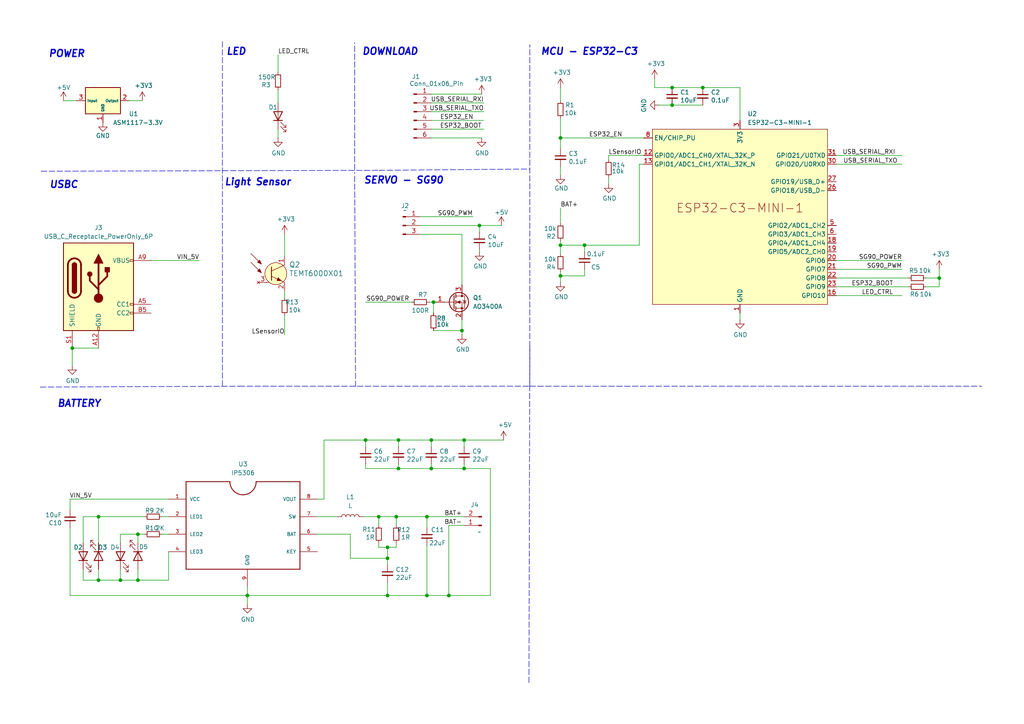
<source format=kicad_sch>
(kicad_sch (version 20231120) (generator "eeschema") (generator_version "8.0")
  (paper "A4")
  (lib_symbols
    (symbol "Connector:Conn_01x02_Pin" (pin_names (offset 1.016) hide)
      (property "Reference" "J" (at 0 2.54 0))
      (property "Value" "Conn_01x02_Pin" (at 0 -5.08 0))
      (symbol "Conn_01x02_Pin_1_1"
        (polyline (pts (xy 1.27 -2.54) (xy 0.8636 -2.54)) (stroke (width 0.1524)))
        (polyline (pts (xy 1.27 0) (xy 0.8636 0)) (stroke (width 0.1524)))
        (rectangle (start 0.8636 -2.413) (end 0 -2.667) (stroke (width 0.1524)) (fill (type outline)))
        (rectangle (start 0.8636 0.127) (end 0 -0.127) (stroke (width 0.1524)) (fill (type outline)))
        (pin passive line (at 5.08 0 180) (length 3.81) (name "Pin_1") (number "1"))
        (pin passive line (at 5.08 -2.54 180) (length 3.81) (name "Pin_2") (number "2"))
      )
    )
    (symbol "Connector:Conn_01x03_Pin" (pin_names (offset 1.016) hide)
      (property "Reference" "J" (at 0 5.08 0))
      (property "Value" "Conn_01x03_Pin" (at 0 -5.08 0))
      (symbol "Conn_01x03_Pin_1_1"
        (polyline (pts (xy 1.27 -2.54) (xy 0.8636 -2.54)) (stroke (width 0.1524)))
        (polyline (pts (xy 1.27 0) (xy 0.8636 0)) (stroke (width 0.1524)))
        (polyline (pts (xy 1.27 2.54) (xy 0.8636 2.54)) (stroke (width 0.1524)))
        (rectangle (start 0.8636 -2.413) (end 0 -2.667) (stroke (width 0.1524)) (fill (type outline)))
        (rectangle (start 0.8636 0.127) (end 0 -0.127) (stroke (width 0.1524)) (fill (type outline)))
        (rectangle (start 0.8636 2.667) (end 0 2.413) (stroke (width 0.1524)) (fill (type outline)))
        (pin passive line (at 5.08 2.54 180) (length 3.81) (name "Pin_1") (number "1"))
        (pin passive line (at 5.08 0 180) (length 3.81) (name "Pin_2") (number "2"))
        (pin passive line (at 5.08 -2.54 180) (length 3.81) (name "Pin_3") (number "3"))
      )
    )
    (symbol "Connector:Conn_01x06_Pin" (pin_names (offset 1.016) hide)
      (property "Reference" "J" (at 0 7.62 0))
      (property "Value" "Conn_01x06_Pin" (at 0 -10.16 0))
      (symbol "Conn_01x06_Pin_1_1"
        (polyline (pts (xy 1.27 -7.62) (xy 0.8636 -7.62)) (stroke (width 0.1524)))
        (polyline (pts (xy 1.27 -5.08) (xy 0.8636 -5.08)) (stroke (width 0.1524)))
        (polyline (pts (xy 1.27 -2.54) (xy 0.8636 -2.54)) (stroke (width 0.1524)))
        (polyline (pts (xy 1.27 0) (xy 0.8636 0)) (stroke (width 0.1524)))
        (polyline (pts (xy 1.27 2.54) (xy 0.8636 2.54)) (stroke (width 0.1524)))
        (polyline (pts (xy 1.27 5.08) (xy 0.8636 5.08)) (stroke (width 0.1524)))
        (rectangle (start 0.8636 -7.493) (end 0 -7.747) (stroke (width 0.1524)) (fill (type outline)))
        (rectangle (start 0.8636 -4.953) (end 0 -5.207) (stroke (width 0.1524)) (fill (type outline)))
        (rectangle (start 0.8636 -2.413) (end 0 -2.667) (stroke (width 0.1524)) (fill (type outline)))
        (rectangle (start 0.8636 0.127) (end 0 -0.127) (stroke (width 0.1524)) (fill (type outline)))
        (rectangle (start 0.8636 2.667) (end 0 2.413) (stroke (width 0.1524)) (fill (type outline)))
        (rectangle (start 0.8636 5.207) (end 0 4.953) (stroke (width 0.1524)) (fill (type outline)))
        (pin passive line (at 5.08 5.08 180) (length 3.81) (name "Pin_1") (number "1"))
        (pin passive line (at 5.08 2.54 180) (length 3.81) (name "Pin_2") (number "2"))
        (pin passive line (at 5.08 0 180) (length 3.81) (name "Pin_3") (number "3"))
        (pin passive line (at 5.08 -2.54 180) (length 3.81) (name "Pin_4") (number "4"))
        (pin passive line (at 5.08 -5.08 180) (length 3.81) (name "Pin_5") (number "5"))
        (pin passive line (at 5.08 -7.62 180) (length 3.81) (name "Pin_6") (number "6"))
      )
    )
    (symbol "Connector:USB_C_Receptacle_PowerOnly_6P" (pin_names (offset 1.016))
      (property "Reference" "J" (at 0 16.51 0))
      (property "Value" "USB_C_Receptacle_PowerOnly_6P" (at 0 13.97 0))
      (symbol "USB_C_Receptacle_PowerOnly_6P_0_0"
        (rectangle (start -0.254 -12.7) (end 0.254 -11.684))
        (rectangle (start 10.16 -7.366) (end 9.144 -7.874))
        (rectangle (start 10.16 -4.826) (end 9.144 -5.334))
        (rectangle (start 10.16 7.874) (end 9.144 7.366))
      )
      (symbol "USB_C_Receptacle_PowerOnly_6P_0_1"
        (rectangle (start -10.16 12.7) (end 10.16 -12.7) (stroke (width 0.254)) (fill (type background)))
        (arc (start -8.89 -1.27) (mid -6.985 -3.1667) (end -5.08 -1.27) (stroke (width 0.508)))
        (arc (start -7.62 -1.27) (mid -6.985 -1.9023) (end -6.35 -1.27) (stroke (width 0.254)))
        (arc (start -7.62 -1.27) (mid -6.985 -1.9023) (end -6.35 -1.27) (stroke (width 0.254)) (fill (type outline)))
        (rectangle (start -7.62 -1.27) (end -6.35 6.35) (stroke (width 0.254)) (fill (type outline)))
        (arc (start -6.35 6.35) (mid -6.985 6.9823) (end -7.62 6.35) (stroke (width 0.254)))
        (arc (start -6.35 6.35) (mid -6.985 6.9823) (end -7.62 6.35) (stroke (width 0.254)) (fill (type outline)))
        (arc (start -5.08 6.35) (mid -6.985 8.2467) (end -8.89 6.35) (stroke (width 0.508)))
        (circle (center -2.54 3.683) (radius 0.635) (stroke (width 0.254)) (fill (type outline)))
        (circle (center 0 -3.302) (radius 1.27) (fill (type outline)))
        (polyline (pts (xy -8.89 -1.27) (xy -8.89 6.35)) (stroke (width 0.508)))
        (polyline (pts (xy -5.08 6.35) (xy -5.08 -1.27)) (stroke (width 0.508)))
        (polyline (pts (xy 0 -3.302) (xy 0 6.858)) (stroke (width 0.508)))
        (polyline (pts (xy 0 -0.762) (xy -2.54 1.778) (xy -2.54 3.048)) (stroke (width 0.508)))
        (polyline (pts (xy 0 0.508) (xy 2.54 3.048) (xy 2.54 4.318)) (stroke (width 0.508)))
        (polyline (pts (xy -1.27 6.858) (xy 0 9.398) (xy 1.27 6.858) (xy -1.27 6.858)) (stroke (width 0.254)) (fill (type outline)))
        (rectangle (start 1.905 4.318) (end 3.175 5.588) (stroke (width 0.254)) (fill (type outline)))
      )
      (symbol "USB_C_Receptacle_PowerOnly_6P_1_1"
        (pin passive line (at 0 -17.78 90) (length 5.08) (name "GND") (number "A12"))
        (pin bidirectional line (at 15.24 -5.08 180) (length 5.08) (name "CC1") (number "A5"))
        (pin passive line (at 15.24 7.62 180) (length 5.08) (name "VBUS") (number "A9"))
        (pin passive line (at 0 -17.78 90) (length 5.08) hide (name "GND") (number "B12"))
        (pin bidirectional line (at 15.24 -7.62 180) (length 5.08) (name "CC2") (number "B5"))
        (pin passive line (at 15.24 7.62 180) (length 5.08) hide (name "VBUS") (number "B9"))
        (pin passive line (at -7.62 -17.78 90) (length 5.08) (name "SHIELD") (number "S1"))
      )
    )
    (symbol "Device:C_Small" (pin_numbers hide) (pin_names (offset 0.254) hide)
      (property "Reference" "C" (at 0.254 1.778 0))
      (property "Value" "C_Small" (at 0.254 -2.032 0))
      (symbol "C_Small_0_1"
        (polyline (pts (xy -1.524 -0.508) (xy 1.524 -0.508)) (stroke (width 0.3302)))
        (polyline (pts (xy -1.524 0.508) (xy 1.524 0.508)) (stroke (width 0.3048)))
      )
      (symbol "C_Small_1_1"
        (pin passive line (at 0 2.54 270) (length 2.032) (name "~") (number "1"))
        (pin passive line (at 0 -2.54 90) (length 2.032) (name "~") (number "2"))
      )
    )
    (symbol "Device:L" (pin_numbers hide) (pin_names (offset 1.016) hide)
      (property "Reference" "L" (at -1.27 0 90))
      (property "Value" "L" (at 1.905 0 90))
      (symbol "L_0_1"
        (arc (start 0 -2.54) (mid 0.6323 -1.905) (end 0 -1.27))
        (arc (start 0 -1.27) (mid 0.6323 -0.635) (end 0 0))
        (arc (start 0 0) (mid 0.6323 0.635) (end 0 1.27))
        (arc (start 0 1.27) (mid 0.6323 1.905) (end 0 2.54))
      )
      (symbol "L_1_1"
        (pin passive line (at 0 3.81 270) (length 1.27) (name "1") (number "1"))
        (pin passive line (at 0 -3.81 90) (length 1.27) (name "2") (number "2"))
      )
    )
    (symbol "Device:LED" (pin_numbers hide) (pin_names (offset 1.016) hide)
      (property "Reference" "D" (at 0 2.54 0))
      (property "Value" "LED" (at 0 -2.54 0))
      (symbol "LED_0_1"
        (polyline (pts (xy -1.27 -1.27) (xy -1.27 1.27)) (stroke (width 0.254)))
        (polyline (pts (xy -1.27 0) (xy 1.27 0)))
        (polyline (pts (xy 1.27 -1.27) (xy 1.27 1.27) (xy -1.27 0) (xy 1.27 -1.27)) (stroke (width 0.254)))
        (polyline (pts (xy -3.048 -0.762) (xy -4.572 -2.286) (xy -3.81 -2.286) (xy -4.572 -2.286) (xy -4.572 -1.524)))
        (polyline (pts (xy -1.778 -0.762) (xy -3.302 -2.286) (xy -2.54 -2.286) (xy -3.302 -2.286) (xy -3.302 -1.524)))
      )
      (symbol "LED_1_1"
        (pin passive line (at -3.81 0 0) (length 2.54) (name "K") (number "1"))
        (pin passive line (at 3.81 0 180) (length 2.54) (name "A") (number "2"))
      )
    )
    (symbol "Device:R_Small" (pin_numbers hide) (pin_names (offset 0.254) hide)
      (property "Reference" "R" (at 0.762 0.508 0))
      (property "Value" "R_Small" (at 0.762 -1.016 0))
      (symbol "R_Small_0_1"
        (rectangle (start -0.762 1.778) (end 0.762 -1.778) (stroke (width 0.2032)))
      )
      (symbol "R_Small_1_1"
        (pin passive line (at 0 2.54 270) (length 0.762) (name "~") (number "1"))
        (pin passive line (at 0 -2.54 90) (length 0.762) (name "~") (number "2"))
      )
    )
    (symbol "IP5306:IP5306" (pin_names (offset 1.016))
      (property "Reference" "U" (at 12.7 17.78 0))
      (property "Value" "IP5306" (at 12.7 15.24 0))
      (symbol "IP5306_0_0"
        (polyline (pts (xy 0 0) (xy 33.02 0)) (stroke (width 0.254)))
        (polyline (pts (xy 0 25.4) (xy 0 0)) (stroke (width 0.254)))
        (polyline (pts (xy 12.7 25.4) (xy 0 25.4)) (stroke (width 0.254)))
        (polyline (pts (xy 33.02 0) (xy 33.02 25.4)) (stroke (width 0.254)))
        (polyline (pts (xy 33.02 25.4) (xy 20.32 25.4)) (stroke (width 0.254)))
        (arc (start 12.7 25.4) (mid 16.51 21.6066) (end 20.32 25.4) (stroke (width 0.254)))
        (pin power_in line (at -5.08 20.32 0) (length 5.08) (name "VCC") (number "1"))
        (pin output line (at -5.08 15.24 0) (length 5.08) (name "LED1") (number "2"))
        (pin output line (at -5.08 10.16 0) (length 5.08) (name "LED2") (number "3"))
        (pin output line (at -5.08 5.08 0) (length 5.08) (name "LED3") (number "4"))
        (pin input line (at 38.1 5.08 180) (length 5.08) (name "KEY") (number "5"))
        (pin input line (at 38.1 10.16 180) (length 5.08) (name "BAT") (number "6"))
        (pin output line (at 38.1 15.24 180) (length 5.08) (name "SW") (number "7"))
        (pin output line (at 38.1 20.32 180) (length 5.08) (name "VOUT") (number "8"))
        (pin power_in line (at 17.78 -5.08 90) (length 5.08) (name "GND") (number "9"))
      )
    )
    (symbol "PCM_Espressif:ESP32-C3-MINI-1"
      (property "Reference" "U" (at -25.4 30.48 0))
      (property "Value" "ESP32-C3-MINI-1" (at -25.4 27.94 0))
      (symbol "ESP32-C3-MINI-1_0_0"
        (text "ESP32-C3-MINI-1" (at 0 2.54 0) (effects (font (size 2.54 2.54))))
      )
      (symbol "ESP32-C3-MINI-1_0_1"
        (rectangle (start -25.4 25.4) (end 25.4 -25.4) (fill (type background)))
      )
      (symbol "ESP32-C3-MINI-1_1_1"
        (pin power_in line (at 0 -27.94 90) (length 2.54) (name "GND") (number "1"))
        (pin no_connect line (at -25.4 2.54 0) (length 2.54) hide (name "NC") (number "10"))
        (pin passive line (at 0 -27.94 90) (length 2.54) hide (name "GND") (number "11"))
        (pin bidirectional line (at -27.94 17.78 0) (length 2.54) (name "GPIO0/ADC1_CH0/XTAL_32K_P") (number "12"))
        (pin bidirectional line (at -27.94 15.24 0) (length 2.54) (name "GPIO1/ADC1_CH1/XTAL_32K_N") (number "13"))
        (pin passive line (at 0 -27.94 90) (length 2.54) hide (name "GND") (number "14"))
        (pin no_connect line (at -25.4 0 0) (length 2.54) hide (name "NC") (number "15"))
        (pin bidirectional line (at 27.94 -22.86 180) (length 2.54) (name "GPIO10") (number "16"))
        (pin no_connect line (at -25.4 -2.54 0) (length 2.54) hide (name "NC") (number "17"))
        (pin bidirectional line (at 27.94 -7.62 180) (length 2.54) (name "GPIO4/ADC1_CH4") (number "18"))
        (pin bidirectional line (at 27.94 -10.16 180) (length 2.54) (name "GPIO5/ADC2_CH0") (number "19"))
        (pin passive line (at 0 -27.94 90) (length 2.54) hide (name "GND") (number "2"))
        (pin bidirectional line (at 27.94 -12.7 180) (length 2.54) (name "GPIO6") (number "20"))
        (pin bidirectional line (at 27.94 -15.24 180) (length 2.54) (name "GPIO7") (number "21"))
        (pin bidirectional line (at 27.94 -17.78 180) (length 2.54) (name "GPIO8") (number "22"))
        (pin bidirectional line (at 27.94 -20.32 180) (length 2.54) (name "GPIO9") (number "23"))
        (pin no_connect line (at -25.4 -5.08 0) (length 2.54) hide (name "NC") (number "24"))
        (pin no_connect line (at -25.4 -7.62 0) (length 2.54) hide (name "NC") (number "25"))
        (pin bidirectional line (at 27.94 7.62 180) (length 2.54) (name "GPIO18/USB_D-") (number "26"))
        (pin bidirectional line (at 27.94 10.16 180) (length 2.54) (name "GPIO19/USB_D+") (number "27"))
        (pin no_connect line (at -25.4 -10.16 0) (length 2.54) hide (name "NC") (number "28"))
        (pin no_connect line (at -25.4 -12.7 0) (length 2.54) hide (name "NC") (number "29"))
        (pin power_in line (at 0 27.94 270) (length 2.54) (name "3V3") (number "3"))
        (pin bidirectional line (at 27.94 15.24 180) (length 2.54) (name "GPIO20/U0RXD") (number "30"))
        (pin bidirectional line (at 27.94 17.78 180) (length 2.54) (name "GPIO21/U0TXD") (number "31"))
        (pin no_connect line (at -25.4 -15.24 0) (length 2.54) hide (name "NC") (number "32"))
        (pin no_connect line (at -25.4 -17.78 0) (length 2.54) hide (name "NC") (number "33"))
        (pin no_connect line (at -25.4 -20.32 0) (length 2.54) hide (name "NC") (number "34"))
        (pin no_connect line (at -25.4 -22.86 0) (length 2.54) hide (name "NC") (number "35"))
        (pin passive line (at 0 -27.94 90) (length 2.54) hide (name "GND") (number "36"))
        (pin passive line (at 0 -27.94 90) (length 2.54) hide (name "GND") (number "37"))
        (pin passive line (at 0 -27.94 90) (length 2.54) hide (name "GND") (number "38"))
        (pin passive line (at 0 -27.94 90) (length 2.54) hide (name "GND") (number "39"))
        (pin no_connect line (at -25.4 10.16 0) (length 2.54) hide (name "NC") (number "4"))
        (pin passive line (at 0 -27.94 90) (length 2.54) hide (name "GND") (number "40"))
        (pin passive line (at 0 -27.94 90) (length 2.54) hide (name "GND") (number "41"))
        (pin passive line (at 0 -27.94 90) (length 2.54) hide (name "GND") (number "42"))
        (pin passive line (at 0 -27.94 90) (length 2.54) hide (name "GND") (number "43"))
        (pin passive line (at 0 -27.94 90) (length 2.54) hide (name "GND") (number "44"))
        (pin passive line (at 0 -27.94 90) (length 2.54) hide (name "GND") (number "45"))
        (pin passive line (at 0 -27.94 90) (length 2.54) hide (name "GND") (number "46"))
        (pin passive line (at 0 -27.94 90) (length 2.54) hide (name "GND") (number "47"))
        (pin passive line (at 0 -27.94 90) (length 2.54) hide (name "GND") (number "48"))
        (pin passive line (at 0 -27.94 90) (length 2.54) hide (name "GND") (number "49"))
        (pin bidirectional line (at 27.94 -2.54 180) (length 2.54) (name "GPIO2/ADC1_CH2") (number "5"))
        (pin passive line (at 0 -27.94 90) (length 2.54) hide (name "GND") (number "50"))
        (pin passive line (at 0 -27.94 90) (length 2.54) hide (name "GND") (number "51"))
        (pin passive line (at 0 -27.94 90) (length 2.54) hide (name "GND") (number "52"))
        (pin passive line (at 0 -27.94 90) (length 2.54) hide (name "GND") (number "53"))
        (pin bidirectional line (at 27.94 -5.08 180) (length 2.54) (name "GPIO3/ADC1_CH3") (number "6"))
        (pin no_connect line (at -25.4 7.62 0) (length 2.54) hide (name "NC") (number "7"))
        (pin input line (at -27.94 22.86 0) (length 2.54) (name "EN/CHIP_PU") (number "8"))
        (pin no_connect line (at -25.4 5.08 0) (length 2.54) hide (name "NC") (number "9"))
      )
    )
    (symbol "Regulator_Linear:TS1117BCW33_RPG"
      (property "Reference" "U" (at 0 8.89 0))
      (property "Value" "TS1117BCW33_RPG" (at 0 6.35 0))
      (symbol "TS1117BCW33_RPG_0_1"
        (rectangle (start -5.08 3.81) (end 5.08 -3.81) (stroke (width 0.25)) (fill (type background)))
      )
      (symbol "TS1117BCW33_RPG_1_1"
        (pin power_in line (at 0 -6.35 90) (length 2.54) (name "GND") (number "1"))
        (pin passive line (at 7.62 0 180) (length 2.54) (name "Output") (number "2"))
        (pin power_in line (at -7.62 0 0) (length 2.54) (name "Input") (number "3"))
      )
    )
    (symbol "Transistor_FET:AO3400A" (pin_names hide)
      (property "Reference" "Q" (at 5.08 1.905 0))
      (property "Value" "AO3400A" (at 5.08 0 0))
      (symbol "AO3400A_0_1"
        (polyline (pts (xy 0.254 0) (xy -2.54 0)))
        (polyline (pts (xy 0.254 1.905) (xy 0.254 -1.905)) (stroke (width 0.254)))
        (polyline (pts (xy 0.762 -1.27) (xy 0.762 -2.286)) (stroke (width 0.254)))
        (polyline (pts (xy 0.762 0.508) (xy 0.762 -0.508)) (stroke (width 0.254)))
        (polyline (pts (xy 0.762 2.286) (xy 0.762 1.27)) (stroke (width 0.254)))
        (polyline (pts (xy 2.54 2.54) (xy 2.54 1.778)))
        (polyline (pts (xy 2.54 -2.54) (xy 2.54 0) (xy 0.762 0)))
        (polyline (pts (xy 0.762 -1.778) (xy 3.302 -1.778) (xy 3.302 1.778) (xy 0.762 1.778)))
        (polyline (pts (xy 1.016 0) (xy 2.032 0.381) (xy 2.032 -0.381) (xy 1.016 0)) (fill (type outline)))
        (polyline (pts (xy 2.794 0.508) (xy 2.921 0.381) (xy 3.683 0.381) (xy 3.81 0.254)))
        (polyline (pts (xy 3.302 0.381) (xy 2.921 -0.254) (xy 3.683 -0.254) (xy 3.302 0.381)))
        (circle (center 1.651 0) (radius 2.794) (stroke (width 0.254)))
        (circle (center 2.54 -1.778) (radius 0.254) (fill (type outline)))
        (circle (center 2.54 1.778) (radius 0.254) (fill (type outline)))
      )
      (symbol "AO3400A_1_1"
        (pin input line (at -5.08 0 0) (length 2.54) (name "G") (number "1"))
        (pin passive line (at 2.54 -5.08 90) (length 2.54) (name "S") (number "2"))
        (pin passive line (at 2.54 5.08 270) (length 2.54) (name "D") (number "3"))
      )
    )
    (symbol "dk_Optical-Sensors-Phototransistors:TEMT6000X01" (pin_names (offset 0) hide)
      (property "Reference" "Q" (at -1.27 5.08 0))
      (property "Value" "TEMT6000X01" (at 6.35 0 90))
      (symbol "TEMT6000X01_0_1"
        (polyline (pts (xy -7.239 3.302) (xy -4.953 1.016)))
        (polyline (pts (xy -7.239 5.842) (xy -4.953 3.556)))
        (polyline (pts (xy -2.54 -2.54) (xy -1.905 -2.54)))
        (polyline (pts (xy -1.27 -1.905) (xy -1.27 1.905)) (stroke (width 0.254)))
        (polyline (pts (xy -1.27 -0.762) (xy 2.54 -2.54)))
        (polyline (pts (xy -1.27 0.762) (xy 2.54 2.54)))
        (polyline (pts (xy -4.191 0.254) (xy -5.334 0.762) (xy -4.699 1.397) (xy -4.191 0.254)) (fill (type outline)))
        (polyline (pts (xy -4.191 2.794) (xy -5.334 3.302) (xy -4.699 3.937) (xy -4.191 2.794)) (fill (type outline)))
        (polyline (pts (xy 1.524 -2.032) (xy 0.3048 -2.032) (xy 0.6604 -1.1684) (xy 1.524 -2.032)) (fill (type outline)))
        (circle (center 0 0) (radius 3.175) (fill (type background)))
      )
      (symbol "TEMT6000X01_1_1"
        (pin passive line (at 2.54 5.08 270) (length 2.54) (name "C") (number "1"))
        (pin passive line (at 2.54 -5.08 90) (length 2.54) (name "E") (number "2"))
        (pin no_connect line (at -5.08 -2.54 0) (length 2.54) (name "NC") (number "3"))
      )
    )
    (symbol "power:+3.3V" (power) (pin_names (offset 0))
      (property "Value" "+3.3V" (at 0 3.556 0))
      (symbol "+3.3V_0_1"
        (polyline (pts (xy -0.762 1.27) (xy 0 2.54)))
        (polyline (pts (xy 0 0) (xy 0 2.54)))
        (polyline (pts (xy 0 2.54) (xy 0.762 1.27)))
      )
      (symbol "+3.3V_1_1"
        (pin power_in line (at 0 0 90) (length 0) hide (name "+3V3") (number "1"))
      )
    )
    (symbol "power:+5V" (power) (pin_names (offset 0))
      (property "Value" "+5V" (at 0 3.556 0))
      (symbol "+5V_0_1"
        (polyline (pts (xy -0.762 1.27) (xy 0 2.54)))
        (polyline (pts (xy 0 0) (xy 0 2.54)))
        (polyline (pts (xy 0 2.54) (xy 0.762 1.27)))
      )
      (symbol "+5V_1_1"
        (pin power_in line (at 0 0 90) (length 0) hide (name "+5V") (number "1"))
      )
    )
    (symbol "power:GND" (power) (pin_names (offset 0))
      (property "Value" "GND" (at 0 -3.81 0))
      (symbol "GND_0_1"
        (polyline (pts (xy 0 0) (xy 0 -1.27) (xy 1.27 -1.27) (xy 0 -2.54) (xy -1.27 -1.27) (xy 0 -1.27)))
      )
      (symbol "GND_1_1"
        (pin power_in line (at 0 0 270) (length 0) hide (name "GND") (number "1"))
      )
    )
  )
  (junction (at 134.62 127.635))
  (junction (at 162.56 40.005))
  (junction (at 203.835 25.4))
  (junction (at 194.945 30.48))
  (junction (at 130.175 172.72))
  (junction (at 114.935 149.86))
  (junction (at 123.825 149.86))
  (junction (at 28.575 149.86))
  (junction (at 40.005 168.275))
  (junction (at 169.545 71.12))
  (junction (at 133.985 95.885))
  (junction (at 272.415 80.645))
  (junction (at 34.925 168.275))
  (junction (at 125.095 135.89))
  (junction (at 125.73 87.63))
  (junction (at 134.62 135.89))
  (junction (at 71.755 172.72))
  (junction (at 115.57 127.635))
  (junction (at 40.005 154.94))
  (junction (at 106.045 127.635))
  (junction (at 123.825 172.72))
  (junction (at 112.395 172.72))
  (junction (at 112.395 161.925))
  (junction (at 28.575 168.275))
  (junction (at 115.57 135.89))
  (junction (at 109.855 149.86))
  (junction (at 112.395 158.75))
  (junction (at 194.945 25.4))
  (junction (at 139.065 65.405))
  (junction (at 125.095 127.635))
  (junction (at 20.955 100.965))
  (junction (at 162.56 71.12))
  (junction (at 162.56 80.01))
  (wire (pts (xy 46.99 149.86) (xy 48.895 149.86)))
  (wire (pts (xy 18.415 29.21) (xy 22.225 29.21)))
  (wire (pts (xy 40.005 168.275) (xy 48.895 168.275)))
  (polyline (pts (xy 11.684 112.268) (xy 69.596 112.014)) (stroke (width 0) (type dash)))
  (wire (pts (xy 162.56 48.26) (xy 162.56 50.8)))
  (wire (pts (xy 139.065 65.405) (xy 145.415 65.405)))
  (wire (pts (xy 82.55 84.455) (xy 82.55 86.36)))
  (wire (pts (xy 34.925 168.275) (xy 40.005 168.275)))
  (wire (pts (xy 34.925 165.1) (xy 34.925 168.275)))
  (wire (pts (xy 71.755 172.72) (xy 112.395 172.72)))
  (wire (pts (xy 125.095 40.005) (xy 139.7 40.005)))
  (wire (pts (xy 125.73 95.885) (xy 133.985 95.885)))
  (wire (pts (xy 106.045 127.635) (xy 115.57 127.635)))
  (wire (pts (xy 37.465 29.21) (xy 41.275 29.21)))
  (wire (pts (xy 121.92 62.865) (xy 137.16 62.865)))
  (wire (pts (xy 46.99 154.94) (xy 48.895 154.94)))
  (wire (pts (xy 242.57 78.105) (xy 261.62 78.105)))
  (wire (pts (xy 272.415 83.185) (xy 272.415 80.645)))
  (wire (pts (xy 189.865 25.4) (xy 189.865 22.86)))
  (wire (pts (xy 40.005 154.94) (xy 41.91 154.94)))
  (polyline (pts (xy 153.67 112.014) (xy 153.67 12.954)) (stroke (width 0) (type dash)))
  (polyline (pts (xy 153.416 197.993) (xy 153.67 100.33)) (stroke (width 0) (type dash)))
  (wire (pts (xy 20.32 144.78) (xy 48.895 144.78)))
  (wire (pts (xy 80.645 15.875) (xy 80.645 20.955)))
  (wire (pts (xy 133.985 95.885) (xy 133.985 97.155)))
  (wire (pts (xy 121.92 65.405) (xy 139.065 65.405)))
  (wire (pts (xy 40.005 165.1) (xy 40.005 168.275)))
  (wire (pts (xy 28.575 149.86) (xy 28.575 157.48)))
  (wire (pts (xy 112.395 161.925) (xy 112.395 163.83)))
  (wire (pts (xy 203.835 30.48) (xy 194.945 30.48)))
  (wire (pts (xy 93.98 127.635) (xy 106.045 127.635)))
  (wire (pts (xy 242.57 75.565) (xy 261.62 75.565)))
  (wire (pts (xy 105.41 149.86) (xy 109.855 149.86)))
  (polyline (pts (xy 103.124 112.141) (xy 102.87 50.038)) (stroke (width 0) (type dash)))
  (wire (pts (xy 176.53 45.085) (xy 176.53 46.355)))
  (wire (pts (xy 125.095 127.635) (xy 134.62 127.635)))
  (wire (pts (xy 162.56 81.915) (xy 162.56 80.01)))
  (wire (pts (xy 93.98 144.78) (xy 93.98 127.635)))
  (wire (pts (xy 130.175 152.4) (xy 130.175 172.72)))
  (wire (pts (xy 125.095 135.89) (xy 134.62 135.89)))
  (wire (pts (xy 203.835 25.4) (xy 214.63 25.4)))
  (wire (pts (xy 28.575 100.965) (xy 20.955 100.965)))
  (wire (pts (xy 106.045 87.63) (xy 119.38 87.63)))
  (wire (pts (xy 169.545 71.12) (xy 169.545 73.025)))
  (polyline (pts (xy 69.342 112.014) (xy 153.67 112.014)) (stroke (width 0) (type dash)))
  (wire (pts (xy 162.56 40.005) (xy 162.56 43.18)))
  (wire (pts (xy 112.395 158.75) (xy 114.935 158.75)))
  (wire (pts (xy 162.56 34.29) (xy 162.56 40.005)))
  (wire (pts (xy 34.925 154.94) (xy 40.005 154.94)))
  (wire (pts (xy 272.415 80.645) (xy 272.415 78.105)))
  (wire (pts (xy 125.095 37.465) (xy 140.335 37.465)))
  (wire (pts (xy 106.045 129.54) (xy 106.045 127.635)))
  (wire (pts (xy 115.57 127.635) (xy 125.095 127.635)))
  (wire (pts (xy 125.095 34.925) (xy 140.335 34.925)))
  (wire (pts (xy 114.935 149.86) (xy 114.935 152.4)))
  (wire (pts (xy 268.605 80.645) (xy 272.415 80.645)))
  (wire (pts (xy 123.825 172.72) (xy 130.175 172.72)))
  (wire (pts (xy 40.005 154.94) (xy 40.005 157.48)))
  (wire (pts (xy 242.57 45.085) (xy 261.62 45.085)))
  (wire (pts (xy 106.045 134.62) (xy 106.045 135.89)))
  (wire (pts (xy 24.13 168.275) (xy 28.575 168.275)))
  (wire (pts (xy 139.065 67.31) (xy 139.065 65.405)))
  (wire (pts (xy 92.075 154.94) (xy 101.6 154.94)))
  (wire (pts (xy 214.63 34.925) (xy 214.63 25.4)))
  (wire (pts (xy 268.605 83.185) (xy 272.415 83.185)))
  (wire (pts (xy 115.57 134.62) (xy 115.57 135.89)))
  (wire (pts (xy 134.62 135.89) (xy 134.62 134.62)))
  (wire (pts (xy 115.57 135.89) (xy 125.095 135.89)))
  (wire (pts (xy 114.935 158.75) (xy 114.935 157.48)))
  (wire (pts (xy 176.53 51.435) (xy 176.53 53.34)))
  (wire (pts (xy 130.175 152.4) (xy 134.62 152.4)))
  (wire (pts (xy 134.62 127.635) (xy 146.05 127.635)))
  (wire (pts (xy 28.575 168.275) (xy 34.925 168.275)))
  (wire (pts (xy 124.46 87.63) (xy 125.73 87.63)))
  (polyline (pts (xy 64.516 112.014) (xy 64.516 11.938)) (stroke (width 0) (type dash)))
  (wire (pts (xy 125.095 32.385) (xy 140.335 32.385)))
  (wire (pts (xy 142.24 172.72) (xy 142.24 135.89)))
  (wire (pts (xy 169.545 80.01) (xy 162.56 80.01)))
  (wire (pts (xy 43.815 75.565) (xy 57.785 75.565)))
  (wire (pts (xy 109.855 157.48) (xy 109.855 158.75)))
  (wire (pts (xy 123.825 149.86) (xy 123.825 153.035)))
  (wire (pts (xy 71.755 172.72) (xy 71.755 175.26)))
  (wire (pts (xy 48.895 168.275) (xy 48.895 160.02)))
  (wire (pts (xy 185.42 71.12) (xy 169.545 71.12)))
  (wire (pts (xy 162.56 80.01) (xy 162.56 78.74)))
  (wire (pts (xy 24.13 165.1) (xy 24.13 168.275)))
  (wire (pts (xy 169.545 71.12) (xy 162.56 71.12)))
  (wire (pts (xy 20.32 144.78) (xy 20.32 147.955)))
  (wire (pts (xy 125.095 134.62) (xy 125.095 135.89)))
  (wire (pts (xy 71.755 170.18) (xy 71.755 172.72)))
  (wire (pts (xy 121.92 67.945) (xy 133.985 67.945)))
  (wire (pts (xy 28.575 149.86) (xy 41.91 149.86)))
  (wire (pts (xy 125.095 27.305) (xy 139.7 27.305)))
  (wire (pts (xy 80.645 26.035) (xy 80.645 29.845)))
  (wire (pts (xy 185.42 47.625) (xy 186.69 47.625)))
  (wire (pts (xy 169.545 78.105) (xy 169.545 80.01)))
  (wire (pts (xy 109.855 158.75) (xy 112.395 158.75)))
  (wire (pts (xy 28.575 165.1) (xy 28.575 168.275)))
  (wire (pts (xy 112.395 158.75) (xy 112.395 161.925)))
  (wire (pts (xy 125.73 87.63) (xy 126.365 87.63)))
  (polyline (pts (xy 153.67 112.014) (xy 284.734 112.014)) (stroke (width 0) (type dash)))
  (wire (pts (xy 242.57 83.185) (xy 263.525 83.185)))
  (wire (pts (xy 82.55 91.44) (xy 82.55 97.155)))
  (wire (pts (xy 34.925 154.94) (xy 34.925 157.48)))
  (wire (pts (xy 115.57 127.635) (xy 115.57 129.54)))
  (wire (pts (xy 139.065 72.39) (xy 139.065 73.025)))
  (wire (pts (xy 109.855 149.86) (xy 109.855 152.4)))
  (wire (pts (xy 125.73 87.63) (xy 125.73 90.805)))
  (wire (pts (xy 142.24 135.89) (xy 134.62 135.89)))
  (wire (pts (xy 20.32 172.72) (xy 71.755 172.72)))
  (wire (pts (xy 82.55 67.945) (xy 82.55 74.295)))
  (wire (pts (xy 242.57 80.645) (xy 263.525 80.645)))
  (wire (pts (xy 194.945 25.4) (xy 189.865 25.4)))
  (wire (pts (xy 114.935 149.86) (xy 123.825 149.86)))
  (wire (pts (xy 92.075 144.78) (xy 93.98 144.78)))
  (wire (pts (xy 176.53 45.085) (xy 186.69 45.085)))
  (wire (pts (xy 242.57 85.725) (xy 261.62 85.725)))
  (wire (pts (xy 28.575 149.86) (xy 24.13 149.86)))
  (wire (pts (xy 134.62 127.635) (xy 134.62 129.54)))
  (wire (pts (xy 109.855 149.86) (xy 114.935 149.86)))
  (wire (pts (xy 106.045 135.89) (xy 115.57 135.89)))
  (wire (pts (xy 133.985 67.945) (xy 133.985 82.55)))
  (wire (pts (xy 123.825 158.115) (xy 123.825 172.72)))
  (polyline (pts (xy 102.87 49.276) (xy 102.87 12.446)) (stroke (width 0) (type dash)))
  (polyline (pts (xy 11.938 49.657) (xy 110.49 49.403)) (stroke (width 0) (type dash)))
  (wire (pts (xy 162.56 40.005) (xy 186.69 40.005)))
  (wire (pts (xy 125.095 29.845) (xy 140.335 29.845)))
  (wire (pts (xy 214.63 90.805) (xy 214.63 92.71)))
  (wire (pts (xy 20.955 100.965) (xy 20.955 106.045)))
  (wire (pts (xy 20.32 153.035) (xy 20.32 172.72)))
  (wire (pts (xy 162.56 69.85) (xy 162.56 71.12)))
  (polyline (pts (xy 109.982 49.403) (xy 153.67 49.022)) (stroke (width 0) (type dash)))
  (wire (pts (xy 185.42 47.625) (xy 185.42 71.12)))
  (wire (pts (xy 80.645 37.465) (xy 80.645 40.005)))
  (wire (pts (xy 162.56 64.77) (xy 162.56 60.325)))
  (wire (pts (xy 125.095 127.635) (xy 125.095 129.54)))
  (wire (pts (xy 101.6 154.94) (xy 101.6 161.925)))
  (wire (pts (xy 123.825 149.86) (xy 134.62 149.86)))
  (wire (pts (xy 112.395 172.72) (xy 123.825 172.72)))
  (wire (pts (xy 133.985 92.71) (xy 133.985 95.885)))
  (wire (pts (xy 112.395 172.72) (xy 112.395 168.91)))
  (wire (pts (xy 203.835 25.4) (xy 194.945 25.4)))
  (wire (pts (xy 191.135 30.48) (xy 194.945 30.48)))
  (wire (pts (xy 242.57 47.625) (xy 261.62 47.625)))
  (wire (pts (xy 24.13 149.86) (xy 24.13 157.48)))
  (wire (pts (xy 101.6 161.925) (xy 112.395 161.925)))
  (wire (pts (xy 92.075 149.86) (xy 97.79 149.86)))
  (wire (pts (xy 162.56 71.12) (xy 162.56 73.66)))
  (wire (pts (xy 162.56 29.21) (xy 162.56 25.4)))
  (wire (pts (xy 130.175 172.72) (xy 142.24 172.72)))
  (text "DOWNLOAD\n" (at 104.902 16.256 0) (effects (font (size 2.0066 2.0066) (thickness 0.4013) (bold yes) (italic yes)) (justify left bottom)))
  (text "MCU - ESP32-C3" (at 156.718 16.256 0) (effects (font (size 2.0066 2.0066) (thickness 0.4013) (bold yes) (italic yes)) (justify left bottom)))
  (text "POWER" (at 13.97 16.891 0) (effects (font (size 2.0066 2.0066) (thickness 0.4013) (bold yes) (italic yes)) (justify left bottom)))
  (text "Light Sensor" (at 65.024 54.102 0) (effects (font (size 2.0066 2.0066) (thickness 0.4013) (bold yes) (italic yes)) (justify left bottom)))
  (text "SERVO - SG90" (at 105.41 53.594 0) (effects (font (size 2.0066 2.0066) (thickness 0.4013) (bold yes) (italic yes)) (justify left bottom)))
  (text "BATTERY" (at 16.51 118.364 0) (effects (font (size 2.0066 2.0066) (thickness 0.4013) (bold yes) (italic yes)) (justify left bottom)))
  (text "USBC" (at 14.224 54.864 0) (effects (font (size 2.0066 2.0066) (thickness 0.4013) (bold yes) (italic yes)) (justify left bottom)))
  (text "LED" (at 65.532 16.256 0) (effects (font (size 2.0066 2.0066) (thickness 0.4013) (bold yes) (italic yes)) (justify left bottom)))
  (label "USB_SERIAL_TXO" (at 260.35 47.625 180))
  (label "ESP32_EN" (at 170.815 40.005 0))
  (label "ESP32_BOOT" (at 259.08 83.185 180))
  (label "VIN_5V" (at 26.67 144.78 180))
  (label "LED_CTRL" (at 80.645 15.875 0))
  (label "VIN_5V" (at 57.785 75.565 180))
  (label "BAT+" (at 162.56 60.325 0))
  (label "SG90_POWER" (at 261.62 75.565 180))
  (label "SG90_POWER" (at 118.745 87.63 180))
  (label "USB_SERIAL_RXI" (at 140.335 29.845 180))
  (label "USB_SERIAL_RXI" (at 259.715 45.085 180))
  (label "LSensorIO" (at 186.055 45.085 180))
  (label "LED_CTRL" (at 259.08 85.725 180))
  (label "SG90_PWM" (at 261.62 78.105 180))
  (label "SG90_PWM" (at 137.16 62.865 180))
  (label "ESP32_BOOT" (at 139.7 37.465 180))
  (label "BAT-" (at 133.985 152.4 180))
  (label "USB_SERIAL_TXO" (at 140.335 32.385 180))
  (label "LSensorIO" (at 82.55 97.155 180))
  (label "BAT+" (at 133.985 149.86 180))
  (label "ESP32_EN" (at 127.635 34.925 0))
  (symbol (lib_id "Device:R_Small") (at 162.56 31.75 180) (unit 1)
    (property "Reference" "R1" (at 166.624 30.48 0) (effects (justify left)))
    (property "Value" "10k" (at 167.386 32.766 0) (effects (justify left)))
    (property "Footprint" "Resistor_SMD:R_0402_1005Metric" (effects (hide yes)))
    (property "LCSC" "C105580" (effects (hide yes)))
    (property "Digikey" "RMCF0603JT5K10CT-ND" (effects (hide yes)))
    (property "Mouser" "652-CR0603FX-5101ELF" (effects (hide yes)))
  )
  (symbol (lib_id "Connector:Conn_01x06_Pin") (at 120.015 32.385 0) (unit 1)
    (property "Reference" "J1" (at 120.65 22.225 0))
    (property "Value" "Conn_01x06_Pin" (at 126.619 24.257 0))
    (property "Footprint" "Connector_PinHeader_2.54mm:PinHeader_1x06_P2.54mm_Vertical" (effects (hide yes)))
    (property "Description" "Generic connector, single row, 01x06, script generated" (effects (hide yes)))
  )
  (symbol (lib_id "Device:R_Small") (at 176.53 48.895 0) (unit 1)
    (property "Reference" "R14" (at 177.419 47.879 0) (effects (justify left)))
    (property "Value" "10k" (at 177.419 49.657 0) (effects (justify left)))
    (property "Footprint" "Resistor_SMD:R_0402_1005Metric" (effects (hide yes)))
    (property "LCSC" "C105580" (effects (hide yes)))
    (property "Digikey" "RMCF0603JT5K10CT-ND" (effects (hide yes)))
    (property "Mouser" "652-CR0603FX-5101ELF" (effects (hide yes)))
  )
  (symbol (lib_id "Connector:Conn_01x03_Pin") (at 116.84 65.405 0) (unit 1)
    (property "Reference" "J2" (at 117.475 59.69 0))
    (property "Value" "~" (at 117.475 60.96 0))
    (property "Footprint" "Connector_PinHeader_2.00mm:PinHeader_1x03_P2.00mm_Vertical" (effects (hide yes)))
    (property "Description" "Generic connector, single row, 01x03, script generated" (effects (hide yes)))
  )
  (symbol (lib_id "Device:LED") (at 28.575 161.29 270) (unit 1)
    (property "Reference" "D3" (at 31.115 158.75 90) (effects (justify right)))
    (property "Value" "LED" (effects (hide yes)))
    (property "Footprint" "LED_SMD:LED_0603_1608Metric" (effects (hide yes)))
    (property "Description" "Light emitting diode" (effects (hide yes)))
  )
  (symbol (lib_id "Device:C_Small") (at 162.56 45.72 0) (unit 1)
    (property "Reference" "C3" (at 164.8968 44.5516 0) (effects (justify left)))
    (property "Value" "0.1uF" (at 164.8968 46.863 0) (effects (justify left)))
    (property "Footprint" "Capacitor_SMD:C_0402_1005Metric" (effects (hide yes)))
    (property "LCSC" "C1591" (effects (hide yes)))
    (property "Digikey" "1276-1935-1-ND" (effects (hide yes)))
    (property "Mouser" "187-CL10B104KB8NNWC" (effects (hide yes)))
  )
  (symbol (lib_id "power:+5V") (at 18.415 29.21 0) (unit 1)
    (property "Reference" "#PWR07" (effects (hide yes)))
    (property "Value" "+5V" (at 18.415 25.4 0))
  )
  (symbol (lib_id "Device:C_Small") (at 134.62 132.08 0) (unit 1)
    (property "Reference" "C9" (at 136.9568 130.9116 0) (effects (justify left)))
    (property "Value" "22uF" (at 136.9568 133.223 0) (effects (justify left)))
    (property "Footprint" "Capacitor_SMD:C_1206_3216Metric" (effects (hide yes)))
    (property "LCSC" "C1591" (effects (hide yes)))
    (property "Digikey" "1276-1935-1-ND" (effects (hide yes)))
    (property "Mouser" "187-CL10B104KB8NNWC" (effects (hide yes)))
  )
  (symbol (lib_id "Device:LED") (at 40.005 161.29 270) (unit 1)
    (property "Reference" "D5" (at 40.259 158.623 90) (effects (justify left)))
    (property "Value" "LED" (effects (hide yes)))
    (property "Footprint" "LED_SMD:LED_0603_1608Metric" (effects (hide yes)))
    (property "Description" "Light emitting diode" (effects (hide yes)))
  )
  (symbol (lib_id "Device:R_Small") (at 44.45 154.94 270) (unit 1)
    (property "Reference" "R10" (at 42.037 153.162 90) (effects (justify left)))
    (property "Value" "2K" (at 45.085 153.162 90) (effects (justify left)))
    (property "Footprint" "Resistor_SMD:R_0402_1005Metric" (effects (hide yes)))
    (property "LCSC" "C105580" (effects (hide yes)))
    (property "Digikey" "RMCF0603JT5K10CT-ND" (effects (hide yes)))
    (property "Mouser" "652-CR0603FX-5101ELF" (effects (hide yes)))
  )
  (symbol (lib_id "power:GND") (at 139.7 40.005 0) (unit 1)
    (property "Reference" "#PWR010" (effects (hide yes)))
    (property "Value" "GND" (at 139.827 44.3992 0))
  )
  (symbol (lib_id "Regulator_Linear:TS1117BCW33_RPG") (at 29.845 29.21 0) (unit 1)
    (property "Reference" "U1" (at 38.735 33.02 0))
    (property "Value" "ASM1117-3.3V" (at 40.005 35.56 0))
    (property "Footprint" "Package_TO_SOT_SMD:SOT-223-3_TabPin2" (effects (hide yes)))
    (property "Datasheet" "https://www.mouser.com/datasheet/2/395/TS1117B_H1607-1918589.pdf" (effects (hide yes)))
    (property "Note" "Populate either U6 or U9 - depending on pinout - but not both!" (effects (hide yes)))
    (property "LCSC" "C6186, C35879, or others" (effects (hide yes)))
    (property "Digikey" "296-35976-1-ND" (effects (hide yes)))
    (property "Mouser" "821-TS1117BCW33RPG" (effects (hide yes)))
  )
  (symbol (lib_id "dk_Optical-Sensors-Phototransistors:TEMT6000X01") (at 80.01 79.375 0) (unit 1)
    (property "Reference" "Q2" (at 83.82 76.7714 0) (effects (font (size 1.524 1.524)) (justify left)))
    (property "Value" "TEMT6000X01" (at 83.82 79.3114 0) (effects (font (size 1.524 1.524)) (justify left)))
    (property "Footprint" "digikey-footprints:Phototransistor_SMD_4x2mm_TEMT6000X01" (effects (hide yes)))
    (property "Datasheet" "http://www.vishay.com/docs/81579/temt6000.pdf" (effects (hide yes)))
    (property "Description" "SENSOR PHOTO 570NM TOP VIEW 1206" (effects (hide yes)))
    (property "Digi-Key_PN" "751-1055-1-ND" (effects (hide yes)))
    (property "MPN" "TEMT6000X01" (effects (hide yes)))
    (property "Category" "Sensors, Transducers" (effects (hide yes)))
    (property "Family" "Optical Sensors - Phototransistors" (effects (hide yes)))
    (property "DK_Datasheet_Link" "http://www.vishay.com/docs/81579/temt6000.pdf" (effects (hide yes)))
    (property "DK_Detail_Page" "/product-detail/en/vishay-semiconductor-opto-division/TEMT6000X01/751-1055-1-ND/1681410" (effects (hide yes)))
    (property "Description_1" "SENSOR PHOTO 570NM TOP VIEW 1206" (effects (hide yes)))
    (property "Manufacturer" "Vishay Semiconductor Opto Division" (effects (hide yes)))
    (property "Status" "Active" (effects (hide yes)))
  )
  (symbol (lib_id "power:GND") (at 191.135 30.48 270) (unit 1)
    (property "Reference" "#PWR06" (effects (hide yes)))
    (property "Value" "GND" (at 186.7408 30.607 0))
  )
  (symbol (lib_id "Device:C_Small") (at 203.835 27.94 0) (unit 1)
    (property "Reference" "C2" (at 206.1718 26.7716 0) (effects (justify left)))
    (property "Value" "0.1uF" (at 206.1718 29.083 0) (effects (justify left)))
    (property "Footprint" "Capacitor_SMD:C_0402_1005Metric" (effects (hide yes)))
    (property "LCSC" "C1591" (effects (hide yes)))
    (property "Digikey" "1276-1935-1-ND" (effects (hide yes)))
    (property "Mouser" "187-CL10B104KB8NNWC" (effects (hide yes)))
  )
  (symbol (lib_id "Device:C_Small") (at 20.32 150.495 180) (unit 1)
    (property "Reference" "C10" (at 17.9832 151.6634 0) (effects (justify left)))
    (property "Value" "10uF" (at 17.9832 149.352 0) (effects (justify left)))
    (property "Footprint" "Capacitor_SMD:C_0603_1608Metric" (effects (hide yes)))
    (property "LCSC" "C1591" (effects (hide yes)))
    (property "Digikey" "1276-1935-1-ND" (effects (hide yes)))
    (property "Mouser" "187-CL10B104KB8NNWC" (effects (hide yes)))
  )
  (symbol (lib_id "power:GND") (at 162.56 81.915 0) (unit 1)
    (property "Reference" "#PWR015" (effects (hide yes)))
    (property "Value" "GND" (at 162.814 86.106 0))
  )
  (symbol (lib_id "power:+5V") (at 145.415 65.405 0) (unit 1)
    (property "Reference" "#PWR013" (effects (hide yes)))
    (property "Value" "+5V" (at 145.415 61.595 0))
  )
  (symbol (lib_id "Device:LED") (at 24.13 161.29 90) (unit 1)
    (property "Reference" "D2" (at 21.336 158.75 90) (effects (justify right)))
    (property "Value" "LED" (effects (hide yes)))
    (property "Footprint" "LED_SMD:LED_0603_1608Metric" (effects (hide yes)))
    (property "Description" "Light emitting diode" (effects (hide yes)))
  )
  (symbol (lib_id "Device:R_Small") (at 162.56 67.31 0) (unit 1)
    (property "Reference" "R2" (at 158.496 68.58 0) (effects (justify left)))
    (property "Value" "10k" (at 157.734 66.294 0) (effects (justify left)))
    (property "Footprint" "Resistor_SMD:R_0402_1005Metric" (effects (hide yes)))
    (property "LCSC" "C105580" (effects (hide yes)))
    (property "Digikey" "RMCF0603JT5K10CT-ND" (effects (hide yes)))
    (property "Mouser" "652-CR0603FX-5101ELF" (effects (hide yes)))
  )
  (symbol (lib_id "power:GND") (at 20.955 106.045 0) (unit 1)
    (property "Reference" "#PWR019" (effects (hide yes)))
    (property "Value" "GND" (at 21.082 110.4392 0))
  )
  (symbol (lib_id "power:GND") (at 214.63 92.71 0) (unit 1)
    (property "Reference" "#PWR017" (effects (hide yes)))
    (property "Value" "GND" (at 214.757 97.1042 0))
  )
  (symbol (lib_id "power:+3.3V") (at 272.415 78.105 0) (unit 1)
    (property "Reference" "#PWR014" (effects (hide yes)))
    (property "Value" "+3V3" (at 272.796 73.7108 0))
  )
  (symbol (lib_id "Connector:USB_C_Receptacle_PowerOnly_6P") (at 28.575 83.185 0) (unit 1)
    (property "Reference" "J3" (at 28.575 66.04 0))
    (property "Value" "USB_C_Receptacle_PowerOnly_6P" (at 28.575 68.58 0))
    (property "Footprint" "Connector_USB:USB_C_Receptacle_GCT_USB4125-xx-x_6P_TopMnt_Horizontal" (effects (hide yes)))
    (property "Datasheet" "https://www.usb.org/sites/default/files/documents/usb_type-c.zip" (effects (hide yes)))
    (property "Description" "USB Power-Only 6P Type-C Receptacle connector" (effects (hide yes)))
  )
  (symbol (lib_id "Device:R_Small") (at 44.45 149.86 270) (unit 1)
    (property "Reference" "R9" (at 42.037 148.082 90) (effects (justify left)))
    (property "Value" "2K" (at 45.085 148.082 90) (effects (justify left)))
    (property "Footprint" "Resistor_SMD:R_0402_1005Metric" (effects (hide yes)))
    (property "LCSC" "C105580" (effects (hide yes)))
    (property "Digikey" "RMCF0603JT5K10CT-ND" (effects (hide yes)))
    (property "Mouser" "652-CR0603FX-5101ELF" (effects (hide yes)))
  )
  (symbol (lib_id "Device:C_Small") (at 123.825 155.575 0) (unit 1)
    (property "Reference" "C11" (at 124.968 153.67 0) (effects (justify left)))
    (property "Value" "22uF" (at 124.46 157.48 0) (effects (justify left)))
    (property "Footprint" "Capacitor_SMD:C_1206_3216Metric" (effects (hide yes)))
    (property "LCSC" "C1591" (effects (hide yes)))
    (property "Digikey" "1276-1935-1-ND" (effects (hide yes)))
    (property "Mouser" "187-CL10B104KB8NNWC" (effects (hide yes)))
  )
  (symbol (lib_id "Device:C_Small") (at 139.065 69.85 0) (unit 1)
    (property "Reference" "C4" (at 141.4018 68.6816 0) (effects (justify left)))
    (property "Value" "10uF" (at 141.4018 70.993 0) (effects (justify left)))
    (property "Footprint" "Capacitor_SMD:C_0402_1005Metric" (effects (hide yes)))
    (property "LCSC" "C1591" (effects (hide yes)))
    (property "Digikey" "1276-1935-1-ND" (effects (hide yes)))
    (property "Mouser" "187-CL10B104KB8NNWC" (effects (hide yes)))
  )
  (symbol (lib_id "Device:C_Small") (at 115.57 132.08 0) (unit 1)
    (property "Reference" "C7" (at 117.9068 130.9116 0) (effects (justify left)))
    (property "Value" "22uF" (at 117.9068 133.223 0) (effects (justify left)))
    (property "Footprint" "Capacitor_SMD:C_1206_3216Metric" (effects (hide yes)))
    (property "LCSC" "C1591" (effects (hide yes)))
    (property "Digikey" "1276-1935-1-ND" (effects (hide yes)))
    (property "Mouser" "187-CL10B104KB8NNWC" (effects (hide yes)))
  )
  (symbol (lib_id "Device:C_Small") (at 194.945 27.94 0) (unit 1)
    (property "Reference" "C1" (at 197.2818 26.7716 0) (effects (justify left)))
    (property "Value" "10uF" (at 197.2818 29.083 0) (effects (justify left)))
    (property "Footprint" "Capacitor_SMD:C_0402_1005Metric" (effects (hide yes)))
    (property "LCSC" "C15850" (effects (hide yes)))
    (property "Digikey" "1276-2891-1-ND" (effects (hide yes)))
    (property "Mouser" "187-CL21A106KAYNNNE" (effects (hide yes)))
  )
  (symbol (lib_id "Device:R_Small") (at 109.855 154.94 180) (unit 1)
    (property "Reference" "R11" (at 108.966 153.543 0) (effects (justify left)))
    (property "Value" "1R" (at 108.712 155.829 0) (effects (justify left)))
    (property "Footprint" "Resistor_SMD:R_0603_1608Metric" (effects (hide yes)))
    (property "LCSC" "C105580" (effects (hide yes)))
    (property "Digikey" "RMCF0603JT5K10CT-ND" (effects (hide yes)))
    (property "Mouser" "652-CR0603FX-5101ELF" (effects (hide yes)))
  )
  (symbol (lib_id "power:+3.3V") (at 189.865 22.86 0) (unit 1)
    (property "Reference" "#PWR01" (effects (hide yes)))
    (property "Value" "+3V3" (at 190.246 18.4658 0))
  )
  (symbol (lib_id "power:+3.3V") (at 41.275 29.21 0) (unit 1)
    (property "Reference" "#PWR08" (effects (hide yes)))
    (property "Value" "+3V3" (at 41.656 24.8158 0))
  )
  (symbol (lib_id "Device:LED") (at 80.645 33.655 90) (unit 1)
    (property "Reference" "D1" (at 77.851 31.115 90) (effects (justify right)))
    (property "Value" "LED" (effects (hide yes)))
    (property "Footprint" "LED_SMD:LED_0603_1608Metric" (effects (hide yes)))
    (property "Description" "Light emitting diode" (effects (hide yes)))
  )
  (symbol (lib_id "Device:R_Small") (at 266.065 80.645 90) (unit 1)
    (property "Reference" "R5" (at 266.319 78.486 90) (effects (justify left)))
    (property "Value" "10k" (at 270.129 78.486 90) (effects (justify left)))
    (property "Footprint" "Resistor_SMD:R_0402_1005Metric" (effects (hide yes)))
    (property "LCSC" "C105580" (effects (hide yes)))
    (property "Digikey" "RMCF0603JT5K10CT-ND" (effects (hide yes)))
    (property "Mouser" "652-CR0603FX-5101ELF" (effects (hide yes)))
  )
  (symbol (lib_id "power:+3.3V") (at 82.55 67.945 0) (unit 1)
    (property "Reference" "#PWR03" (effects (hide yes)))
    (property "Value" "+3V3" (at 82.931 63.5508 0))
  )
  (symbol (lib_id "power:GND") (at 139.065 73.025 0) (unit 1)
    (property "Reference" "#PWR02" (effects (hide yes)))
    (property "Value" "GND" (at 139.319 77.216 0))
  )
  (symbol (lib_id "Device:C_Small") (at 169.545 75.565 180) (unit 1)
    (property "Reference" "C5" (at 174.117 77.47 0) (effects (justify left)))
    (property "Value" "0.1uF" (at 175.641 73.66 0) (effects (justify left)))
    (property "Footprint" "Capacitor_SMD:C_0402_1005Metric" (effects (hide yes)))
    (property "LCSC" "C1591" (effects (hide yes)))
    (property "Digikey" "1276-1935-1-ND" (effects (hide yes)))
    (property "Mouser" "187-CL10B104KB8NNWC" (effects (hide yes)))
  )
  (symbol (lib_id "Device:L") (at 101.6 149.86 90) (unit 1)
    (property "Reference" "L1" (at 101.6 144.145 90))
    (property "Value" "L" (at 101.6 146.685 90))
    (property "Footprint" "Inductor_SMD:L_Chilisin_BMRA00050530" (effects (hide yes)))
    (property "Description" "Inductor" (effects (hide yes)))
  )
  (symbol (lib_id "Connector:Conn_01x02_Pin") (at 139.7 152.4 180) (unit 1)
    (property "Reference" "J4" (at 137.668 146.431 0))
    (property "Value" "~" (at 139.065 154.305 0))
    (property "Footprint" "Connector_PinHeader_2.00mm:PinHeader_1x02_P2.00mm_Vertical" (effects (hide yes)))
    (property "Description" "Generic connector, single row, 01x02, script generated" (effects (hide yes)))
  )
  (symbol (lib_id "Device:C_Small") (at 125.095 132.08 0) (unit 1)
    (property "Reference" "C8" (at 127.4318 130.9116 0) (effects (justify left)))
    (property "Value" "22uF" (at 127.4318 133.223 0) (effects (justify left)))
    (property "Footprint" "Capacitor_SMD:C_1206_3216Metric" (effects (hide yes)))
    (property "LCSC" "C1591" (effects (hide yes)))
    (property "Digikey" "1276-1935-1-ND" (effects (hide yes)))
    (property "Mouser" "187-CL10B104KB8NNWC" (effects (hide yes)))
  )
  (symbol (lib_id "Device:R_Small") (at 80.645 23.495 0) (unit 1)
    (property "Reference" "R3" (at 75.819 24.638 0) (effects (justify left)))
    (property "Value" "150R" (at 74.803 22.352 0) (effects (justify left)))
    (property "Footprint" "Resistor_SMD:R_0402_1005Metric" (effects (hide yes)))
    (property "LCSC" "C105580" (effects (hide yes)))
    (property "Digikey" "RMCF0603JT5K10CT-ND" (effects (hide yes)))
    (property "Mouser" "652-CR0603FX-5101ELF" (effects (hide yes)))
  )
  (symbol (lib_id "power:GND") (at 29.845 35.56 0) (unit 1)
    (property "Reference" "#PWR09" (effects (hide yes)))
    (property "Value" "GND" (at 29.845 39.37 0))
  )
  (symbol (lib_id "power:+5V") (at 146.05 127.635 0) (unit 1)
    (property "Reference" "#PWR020" (effects (hide yes)))
    (property "Value" "+5V" (at 146.431 123.2408 0))
  )
  (symbol (lib_id "Device:R_Small") (at 125.73 93.345 0) (unit 1)
    (property "Reference" "R8" (at 126.619 92.329 0) (effects (justify left)))
    (property "Value" "10k" (at 126.619 94.107 0) (effects (justify left)))
    (property "Footprint" "Resistor_SMD:R_0402_1005Metric" (effects (hide yes)))
    (property "LCSC" "C105580" (effects (hide yes)))
    (property "Digikey" "RMCF0603JT5K10CT-ND" (effects (hide yes)))
    (property "Mouser" "652-CR0603FX-5101ELF" (effects (hide yes)))
  )
  (symbol (lib_id "Device:R_Small") (at 114.935 154.94 180) (unit 1)
    (property "Reference" "R12" (at 118.999 153.67 0) (effects (justify left)))
    (property "Value" "1R" (at 118.999 155.829 0) (effects (justify left)))
    (property "Footprint" "Resistor_SMD:R_0603_1608Metric" (effects (hide yes)))
    (property "LCSC" "C105580" (effects (hide yes)))
    (property "Digikey" "RMCF0603JT5K10CT-ND" (effects (hide yes)))
    (property "Mouser" "652-CR0603FX-5101ELF" (effects (hide yes)))
  )
  (symbol (lib_id "power:GND") (at 176.53 53.34 0) (unit 1)
    (property "Reference" "#PWR011" (effects (hide yes)))
    (property "Value" "GND" (at 176.784 57.531 0))
  )
  (symbol (lib_id "Device:R_Small") (at 82.55 88.9 180) (unit 1)
    (property "Reference" "R13" (at 86.614 87.63 0) (effects (justify left)))
    (property "Value" "10k" (at 87.376 89.916 0) (effects (justify left)))
    (property "Footprint" "Resistor_SMD:R_0402_1005Metric" (effects (hide yes)))
    (property "LCSC" "C105580" (effects (hide yes)))
    (property "Digikey" "RMCF0603JT5K10CT-ND" (effects (hide yes)))
    (property "Mouser" "652-CR0603FX-5101ELF" (effects (hide yes)))
  )
  (symbol (lib_id "IP5306:IP5306") (at 53.975 165.1 0) (unit 1)
    (property "Reference" "U3" (at 70.485 134.62 0))
    (property "Value" "IP5306" (at 70.485 137.16 0))
    (property "Footprint" "IP5306:SOIC9P127_490X600X170L84X42T330X241N" (effects (hide yes)))
    (property "MF" "Injoinic" (effects (hide yes)))
    (property "Description_1" "\n                        \n                            Fully-Integrated Power Bank System-On-Chip with 2.1A charger, 2.4A discharger\n                        \n" (effects (hide yes)))
    (property "Package" "None" (effects (hide yes)))
    (property "Price" "None" (effects (hide yes)))
    (property "SnapEDA_Link" "https://www.snapeda.com/parts/IP5306/Injoinic/view-part/?ref=snap" (effects (hide yes)))
    (property "MP" "IP5306" (effects (hide yes)))
    (property "Availability" "In Stock" (effects (hide yes)))
    (property "Check_prices" "https://www.snapeda.com/parts/IP5306/Injoinic/view-part/?ref=eda" (effects (hide yes)))
  )
  (symbol (lib_id "Device:R_Small") (at 162.56 76.2 0) (unit 1)
    (property "Reference" "R4" (at 158.496 77.47 0) (effects (justify left)))
    (property "Value" "10k" (at 157.734 75.184 0) (effects (justify left)))
    (property "Footprint" "Resistor_SMD:R_0402_1005Metric" (effects (hide yes)))
    (property "LCSC" "C105580" (effects (hide yes)))
    (property "Digikey" "RMCF0603JT5K10CT-ND" (effects (hide yes)))
    (property "Mouser" "652-CR0603FX-5101ELF" (effects (hide yes)))
  )
  (symbol (lib_id "Transistor_FET:AO3400A") (at 131.445 87.63 0) (unit 1)
    (property "Reference" "Q1" (at 137.16 86.3599 0) (effects (justify left)))
    (property "Value" "AO3400A" (at 137.16 88.8999 0) (effects (justify left)))
    (property "Footprint" "Package_TO_SOT_SMD:SOT-23" (effects (hide yes)))
    (property "Datasheet" "http://www.aosmd.com/pdfs/datasheet/AO3400A.pdf" (effects (hide yes)))
    (property "Description" "30V Vds, 5.7A Id, N-Channel MOSFET, SOT-23" (effects (hide yes)))
  )
  (symbol (lib_id "power:GND") (at 80.645 40.005 0) (unit 1)
    (property "Reference" "#PWR016" (effects (hide yes)))
    (property "Value" "GND" (at 80.772 44.3992 0))
  )
  (symbol (lib_id "power:GND") (at 71.755 175.26 0) (unit 1)
    (property "Reference" "#PWR021" (effects (hide yes)))
    (property "Value" "GND" (at 71.882 179.6542 0))
  )
  (symbol (lib_id "Device:R_Small") (at 266.065 83.185 90) (unit 1)
    (property "Reference" "R6" (at 266.573 85.344 90) (effects (justify left)))
    (property "Value" "10k" (at 270.383 85.344 90) (effects (justify left)))
    (property "Footprint" "Resistor_SMD:R_0402_1005Metric" (effects (hide yes)))
    (property "LCSC" "C105580" (effects (hide yes)))
    (property "Digikey" "RMCF0603JT5K10CT-ND" (effects (hide yes)))
    (property "Mouser" "652-CR0603FX-5101ELF" (effects (hide yes)))
  )
  (symbol (lib_id "Device:C_Small") (at 106.045 132.08 0) (unit 1)
    (property "Reference" "C6" (at 108.3818 130.9116 0) (effects (justify left)))
    (property "Value" "22uF" (at 108.3818 133.223 0) (effects (justify left)))
    (property "Footprint" "Capacitor_SMD:C_1206_3216Metric" (effects (hide yes)))
    (property "LCSC" "C1591" (effects (hide yes)))
    (property "Digikey" "1276-1935-1-ND" (effects (hide yes)))
    (property "Mouser" "187-CL10B104KB8NNWC" (effects (hide yes)))
  )
  (symbol (lib_id "Device:C_Small") (at 112.395 166.37 0) (unit 1)
    (property "Reference" "C12" (at 114.7318 165.2016 0) (effects (justify left)))
    (property "Value" "22uF" (at 114.7318 167.513 0) (effects (justify left)))
    (property "Footprint" "Capacitor_SMD:C_1206_3216Metric" (effects (hide yes)))
    (property "LCSC" "C1591" (effects (hide yes)))
    (property "Digikey" "1276-1935-1-ND" (effects (hide yes)))
    (property "Mouser" "187-CL10B104KB8NNWC" (effects (hide yes)))
  )
  (symbol (lib_id "Device:R_Small") (at 121.92 87.63 90) (unit 1)
    (property "Reference" "R7" (at 123.952 85.471 90) (effects (justify left)))
    (property "Value" "100R" (at 124.46 90.043 90) (effects (justify left)))
    (property "Footprint" "Resistor_SMD:R_0402_1005Metric" (effects (hide yes)))
    (property "LCSC" "C105580" (effects (hide yes)))
    (property "Digikey" "RMCF0603JT5K10CT-ND" (effects (hide yes)))
    (property "Mouser" "652-CR0603FX-5101ELF" (effects (hide yes)))
  )
  (symbol (lib_id "power:GND") (at 162.56 50.8 0) (unit 1)
    (property "Reference" "#PWR012" (effects (hide yes)))
    (property "Value" "GND" (at 162.814 54.61 0))
  )
  (symbol (lib_id "PCM_Espressif:ESP32-C3-MINI-1") (at 214.63 62.865 0) (unit 1)
    (property "Reference" "U2" (at 216.8241 33.02 0) (effects (justify left)))
    (property "Value" "ESP32-C3-MINI-1" (at 216.8241 35.56 0) (effects (justify left)))
    (property "Footprint" "PCM_Espressif:ESP32-C3-MINI-1" (effects (hide yes)))
    (property "Datasheet" "https://www.espressif.com/sites/default/files/documentation/esp32-c3-mini-1_datasheet_en.pdf" (effects (hide yes)))
    (property "Description" "ESP32-C3-MINI-1 family is an ultra-low-power MCU-based SoC solution that supports 2.4 GHz Wi-Fi and Bluetooth®Low Energy (Bluetooth LE)." (effects (hide yes)))
  )
  (symbol (lib_id "Device:LED") (at 34.925 161.29 90) (unit 1)
    (property "Reference" "D4" (at 32.004 158.75 90) (effects (justify right)))
    (property "Value" "LED" (effects (hide yes)))
    (property "Footprint" "LED_SMD:LED_0603_1608Metric" (effects (hide yes)))
    (property "Description" "Light emitting diode" (effects (hide yes)))
  )
  (symbol (lib_id "power:+3.3V") (at 162.56 25.4 0) (unit 1)
    (property "Reference" "#PWR04" (effects (hide yes)))
    (property "Value" "+3V3" (at 162.941 21.0058 0))
  )
  (symbol (lib_id "power:+3.3V") (at 139.7 27.305 0) (unit 1)
    (property "Reference" "#PWR05" (effects (hide yes)))
    (property "Value" "+3V3" (at 140.081 22.9108 0))
  )
  (symbol (lib_id "power:GND") (at 133.985 97.155 0) (unit 1)
    (property "Reference" "#PWR018" (effects (hide yes)))
    (property "Value" "GND" (at 134.239 101.346 0))
  )
)
</source>
